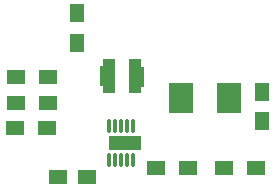
<source format=gtp>
G04 #@! TF.FileFunction,Paste,Top*
%FSLAX46Y46*%
G04 Gerber Fmt 4.6, Leading zero omitted, Abs format (unit mm)*
G04 Created by KiCad (PCBNEW (2015-01-29 BZR 5396)-product) date 8/16/2015 3:30:30 PM*
%MOMM*%
G01*
G04 APERTURE LIST*
%ADD10C,0.100000*%
%ADD11R,1.250000X1.500000*%
%ADD12R,1.500000X1.250000*%
%ADD13R,2.000000X2.500000*%
%ADD14R,1.100000X3.000000*%
%ADD15R,0.500000X1.800000*%
%ADD16R,1.500000X1.300000*%
%ADD17R,2.750000X1.200000*%
%ADD18O,0.280000X1.200000*%
G04 APERTURE END LIST*
D10*
D11*
X155830000Y-108500000D03*
X155830000Y-106000000D03*
D12*
X156710000Y-119860000D03*
X154210000Y-119860000D03*
D13*
X164690000Y-113160000D03*
X168690000Y-113160000D03*
D11*
X171550000Y-115130000D03*
X171550000Y-112630000D03*
D14*
X158570000Y-111310000D03*
X160730000Y-111310000D03*
D15*
X158020000Y-111310000D03*
X161280000Y-111360000D03*
D16*
X150670000Y-111390000D03*
X153370000Y-111390000D03*
X153360000Y-113550000D03*
X150660000Y-113550000D03*
X153340000Y-115740000D03*
X150640000Y-115740000D03*
X162550000Y-119080000D03*
X165250000Y-119080000D03*
X168270000Y-119050000D03*
X170970000Y-119050000D03*
D17*
X159955000Y-116990000D03*
D18*
X159580000Y-115540000D03*
X160580000Y-115540000D03*
X160080000Y-115540000D03*
X159080000Y-115540000D03*
X158580000Y-115540000D03*
X160580000Y-118440000D03*
X160080000Y-118440000D03*
X159580000Y-118440000D03*
X159080000Y-118440000D03*
X158580000Y-118440000D03*
M02*

</source>
